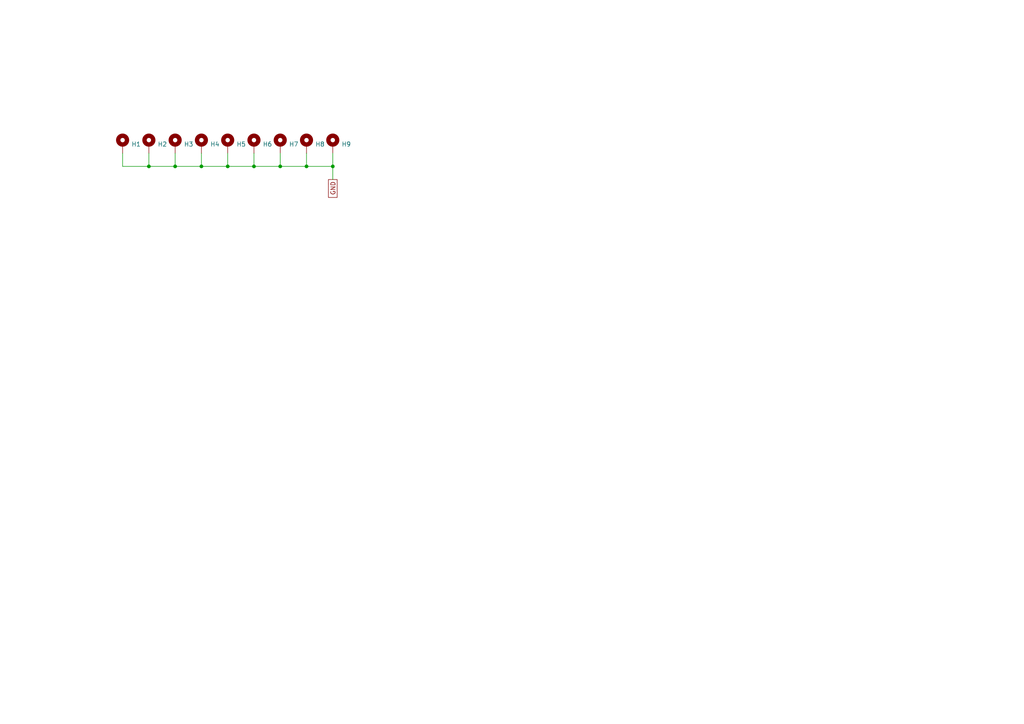
<source format=kicad_sch>
(kicad_sch (version 20211123) (generator eeschema)
  (paper "A4")
  (title_block (title "rosco_m68k Pro (030) Prototype") (date "2023-11-11") (rev "p5") (company "The Really Old-School Company Limited") (comment 1 "Copyright ©2021-2023 The Really Old-School Company Limited") (comment 2 "Open Source Hardware (CERN OHL)") (comment 3 "Prototype Hardware! Not suitable for general use!"))
  (lib_symbols
    (symbol "Mechanical:MountingHole_Pad" (pin_numbers hide) (pin_names (offset 1.016) hide)
      (property "Reference" "H" (at 0 6.35 0))
      (property "Value" "MountingHole_Pad" (at 0 4.445 0))
      (symbol "MountingHole_Pad_0_1"
        (circle (center 0 1.27) (radius 1.27) (stroke (width 1.27)))
      )
      (symbol "MountingHole_Pad_1_1"
        (pin input line (at 0 -2.54 90) (length 2.54) (name "1") (number "1"))
      )
    )
  )
  (junction (at 66.04 48.26))
  (junction (at 43.18 48.26))
  (junction (at 81.28 48.26))
  (junction (at 50.8 48.26))
  (junction (at 96.52 48.26))
  (junction (at 73.66 48.26))
  (junction (at 88.9 48.26))
  (junction (at 58.42 48.26))
  (wire (pts (xy 81.28 44.45) (xy 81.28 48.26)))
  (wire (pts (xy 96.52 48.26) (xy 96.52 52.07)))
  (wire (pts (xy 88.9 44.45) (xy 88.9 48.26)))
  (wire (pts (xy 88.9 48.26) (xy 96.52 48.26)))
  (wire (pts (xy 96.52 44.45) (xy 96.52 48.26)))
  (wire (pts (xy 50.8 48.26) (xy 58.42 48.26)))
  (wire (pts (xy 43.18 44.45) (xy 43.18 48.26)))
  (wire (pts (xy 43.18 48.26) (xy 50.8 48.26)))
  (wire (pts (xy 58.42 44.45) (xy 58.42 48.26)))
  (wire (pts (xy 50.8 44.45) (xy 50.8 48.26)))
  (wire (pts (xy 35.56 44.45) (xy 35.56 48.26)))
  (wire (pts (xy 58.42 48.26) (xy 66.04 48.26)))
  (wire (pts (xy 66.04 44.45) (xy 66.04 48.26)))
  (wire (pts (xy 66.04 48.26) (xy 73.66 48.26)))
  (wire (pts (xy 73.66 48.26) (xy 81.28 48.26)))
  (wire (pts (xy 73.66 44.45) (xy 73.66 48.26)))
  (wire (pts (xy 81.28 48.26) (xy 88.9 48.26)))
  (wire (pts (xy 35.56 48.26) (xy 43.18 48.26)))
  (global_label "GND" (shape passive) (at 96.52 52.07 270) (property "Intersheet References" "${INTERSHEET_REFS}" (effects hide)))
  (symbol (lib_id "Mechanical:MountingHole_Pad") (at 35.56 41.91 0) (unit 1)
    (property "Reference" "H1" (at 38.1 41.8338 0) (effects (justify left)))
    (property "Value" "MountingHole_Pad" (effects hide))
    (property "Footprint" "MountingHole:MountingHole_3mm_Pad" (effects hide))
  )
  (symbol (lib_id "Mechanical:MountingHole_Pad") (at 43.18 41.91 0) (unit 1)
    (property "Reference" "H2" (at 45.72 41.8338 0) (effects (justify left)))
    (property "Value" "MountingHole_Pad" (effects hide))
    (property "Footprint" "MountingHole:MountingHole_3mm_Pad" (effects hide))
  )
  (symbol (lib_id "Mechanical:MountingHole_Pad") (at 50.8 41.91 0) (unit 1)
    (property "Reference" "H3" (at 53.34 41.8338 0) (effects (justify left)))
    (property "Value" "MountingHole_Pad" (effects hide))
    (property "Footprint" "MountingHole:MountingHole_3mm_Pad" (effects hide))
  )
  (symbol (lib_id "Mechanical:MountingHole_Pad") (at 58.42 41.91 0) (unit 1)
    (property "Reference" "H4" (at 60.96 41.8338 0) (effects (justify left)))
    (property "Value" "MountingHole_Pad" (effects hide))
    (property "Footprint" "MountingHole:MountingHole_3mm_Pad" (effects hide))
  )
  (symbol (lib_id "Mechanical:MountingHole_Pad") (at 66.04 41.91 0) (unit 1)
    (property "Reference" "H5" (at 68.58 41.8338 0) (effects (justify left)))
    (property "Value" "MountingHole_Pad" (effects hide))
    (property "Footprint" "MountingHole:MountingHole_3mm_Pad" (effects hide))
  )
  (symbol (lib_id "Mechanical:MountingHole_Pad") (at 73.66 41.91 0) (unit 1)
    (property "Reference" "H6" (at 76.2 41.8338 0) (effects (justify left)))
    (property "Value" "MountingHole_Pad" (effects hide))
    (property "Footprint" "MountingHole:MountingHole_3mm_Pad" (effects hide))
  )
  (symbol (lib_id "Mechanical:MountingHole_Pad") (at 81.28 41.91 0) (unit 1)
    (property "Reference" "H7" (at 83.82 41.8338 0) (effects (justify left)))
    (property "Value" "MountingHole_Pad" (effects hide))
    (property "Footprint" "MountingHole:MountingHole_3mm_Pad" (effects hide))
  )
  (symbol (lib_id "Mechanical:MountingHole_Pad") (at 88.9 41.91 0) (unit 1)
    (property "Reference" "H8" (at 91.44 41.8338 0) (effects (justify left)))
    (property "Value" "MountingHole_Pad" (effects hide))
    (property "Footprint" "MountingHole:MountingHole_3mm_Pad" (effects hide))
  )
  (symbol (lib_id "Mechanical:MountingHole_Pad") (at 96.52 41.91 0) (unit 1)
    (property "Reference" "H9" (at 99.06 41.8338 0) (effects (justify left)))
    (property "Value" "MountingHole_Pad" (effects hide))
    (property "Footprint" "MountingHole:MountingHole_3mm_Pad" (effects hide))
  )
)
</source>
